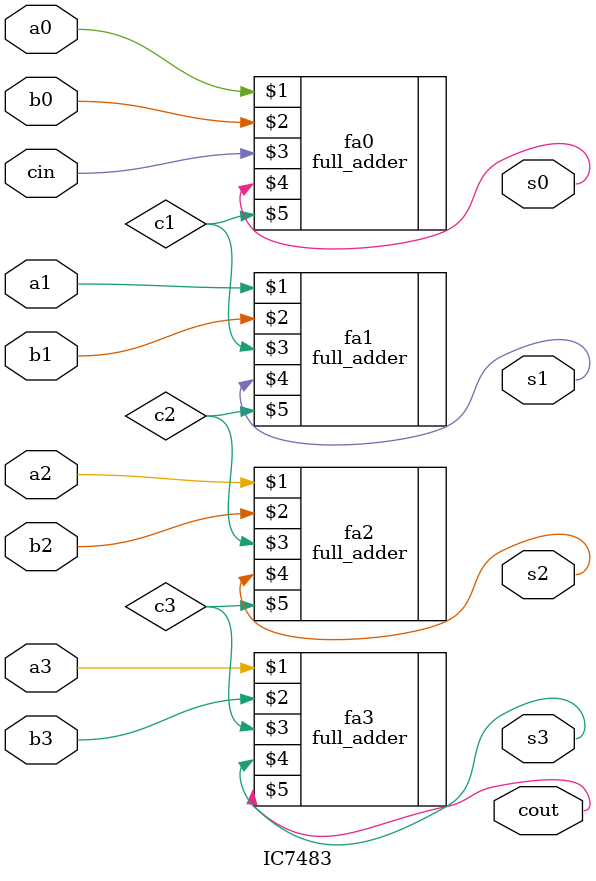
<source format=v>
 module IC7483(
    input a0,
    input a1,
    input a2,
    input a3,
    input b0,
  	input b1,
    input b2,
    input b3,
    input cin,
    output s0,
    output s1,
    output s2,
    output s3,
    output cout);
    
    wire c1,c2,c3;
    
    full_adder fa0(a0,b0,cin,s0,c1);
    full_adder fa1(a1,b1,c1,s1,c2);
    full_adder fa2(a2,b2,c2,s2,c3);
    full_adder fa3(a3,b3,c3,s3,cout);
    
  endmodule

</source>
